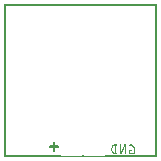
<source format=gbo>
G04 MADE WITH FRITZING*
G04 WWW.FRITZING.ORG*
G04 DOUBLE SIDED*
G04 HOLES PLATED*
G04 CONTOUR ON CENTER OF CONTOUR VECTOR*
%ASAXBY*%
%FSLAX23Y23*%
%MOIN*%
%OFA0B0*%
%SFA1.0B1.0*%
%ADD10R,0.001000X0.001000*%
%LNSILK0*%
G90*
G70*
G54D10*
X0Y512D02*
X510Y512D01*
X0Y511D02*
X510Y511D01*
X0Y510D02*
X510Y510D01*
X0Y509D02*
X510Y509D01*
X0Y508D02*
X510Y508D01*
X0Y507D02*
X510Y507D01*
X0Y506D02*
X510Y506D01*
X0Y505D02*
X510Y505D01*
X0Y504D02*
X7Y504D01*
X503Y504D02*
X510Y504D01*
X0Y503D02*
X7Y503D01*
X503Y503D02*
X510Y503D01*
X0Y502D02*
X7Y502D01*
X503Y502D02*
X510Y502D01*
X0Y501D02*
X7Y501D01*
X503Y501D02*
X510Y501D01*
X0Y500D02*
X7Y500D01*
X503Y500D02*
X510Y500D01*
X0Y499D02*
X7Y499D01*
X503Y499D02*
X510Y499D01*
X0Y498D02*
X7Y498D01*
X503Y498D02*
X510Y498D01*
X0Y497D02*
X7Y497D01*
X503Y497D02*
X510Y497D01*
X0Y496D02*
X7Y496D01*
X503Y496D02*
X510Y496D01*
X0Y495D02*
X7Y495D01*
X503Y495D02*
X510Y495D01*
X0Y494D02*
X7Y494D01*
X503Y494D02*
X510Y494D01*
X0Y493D02*
X7Y493D01*
X503Y493D02*
X510Y493D01*
X0Y492D02*
X7Y492D01*
X503Y492D02*
X510Y492D01*
X0Y491D02*
X7Y491D01*
X503Y491D02*
X510Y491D01*
X0Y490D02*
X7Y490D01*
X503Y490D02*
X510Y490D01*
X0Y489D02*
X7Y489D01*
X503Y489D02*
X510Y489D01*
X0Y488D02*
X7Y488D01*
X503Y488D02*
X510Y488D01*
X0Y487D02*
X7Y487D01*
X503Y487D02*
X510Y487D01*
X0Y486D02*
X7Y486D01*
X503Y486D02*
X510Y486D01*
X0Y485D02*
X7Y485D01*
X503Y485D02*
X510Y485D01*
X0Y484D02*
X7Y484D01*
X503Y484D02*
X510Y484D01*
X0Y483D02*
X7Y483D01*
X503Y483D02*
X510Y483D01*
X0Y482D02*
X7Y482D01*
X503Y482D02*
X510Y482D01*
X0Y481D02*
X7Y481D01*
X503Y481D02*
X510Y481D01*
X0Y480D02*
X7Y480D01*
X503Y480D02*
X510Y480D01*
X0Y479D02*
X7Y479D01*
X503Y479D02*
X510Y479D01*
X0Y478D02*
X7Y478D01*
X503Y478D02*
X510Y478D01*
X0Y477D02*
X7Y477D01*
X503Y477D02*
X510Y477D01*
X0Y476D02*
X7Y476D01*
X503Y476D02*
X510Y476D01*
X0Y475D02*
X7Y475D01*
X503Y475D02*
X510Y475D01*
X0Y474D02*
X7Y474D01*
X503Y474D02*
X510Y474D01*
X0Y473D02*
X7Y473D01*
X503Y473D02*
X510Y473D01*
X0Y472D02*
X7Y472D01*
X503Y472D02*
X510Y472D01*
X0Y471D02*
X7Y471D01*
X503Y471D02*
X510Y471D01*
X0Y470D02*
X7Y470D01*
X503Y470D02*
X510Y470D01*
X0Y469D02*
X7Y469D01*
X503Y469D02*
X510Y469D01*
X0Y468D02*
X7Y468D01*
X503Y468D02*
X510Y468D01*
X0Y467D02*
X7Y467D01*
X503Y467D02*
X510Y467D01*
X0Y466D02*
X7Y466D01*
X503Y466D02*
X510Y466D01*
X0Y465D02*
X7Y465D01*
X503Y465D02*
X510Y465D01*
X0Y464D02*
X7Y464D01*
X503Y464D02*
X510Y464D01*
X0Y463D02*
X7Y463D01*
X503Y463D02*
X510Y463D01*
X0Y462D02*
X7Y462D01*
X503Y462D02*
X510Y462D01*
X0Y461D02*
X7Y461D01*
X503Y461D02*
X510Y461D01*
X0Y460D02*
X7Y460D01*
X503Y460D02*
X510Y460D01*
X0Y459D02*
X7Y459D01*
X503Y459D02*
X510Y459D01*
X0Y458D02*
X7Y458D01*
X503Y458D02*
X510Y458D01*
X0Y457D02*
X7Y457D01*
X503Y457D02*
X510Y457D01*
X0Y456D02*
X7Y456D01*
X503Y456D02*
X510Y456D01*
X0Y455D02*
X7Y455D01*
X503Y455D02*
X510Y455D01*
X0Y454D02*
X7Y454D01*
X503Y454D02*
X510Y454D01*
X0Y453D02*
X7Y453D01*
X503Y453D02*
X510Y453D01*
X0Y452D02*
X7Y452D01*
X503Y452D02*
X510Y452D01*
X0Y451D02*
X7Y451D01*
X503Y451D02*
X510Y451D01*
X0Y450D02*
X7Y450D01*
X503Y450D02*
X510Y450D01*
X0Y449D02*
X7Y449D01*
X503Y449D02*
X510Y449D01*
X0Y448D02*
X7Y448D01*
X503Y448D02*
X510Y448D01*
X0Y447D02*
X7Y447D01*
X503Y447D02*
X510Y447D01*
X0Y446D02*
X7Y446D01*
X503Y446D02*
X510Y446D01*
X0Y445D02*
X7Y445D01*
X503Y445D02*
X510Y445D01*
X0Y444D02*
X7Y444D01*
X503Y444D02*
X510Y444D01*
X0Y443D02*
X7Y443D01*
X503Y443D02*
X510Y443D01*
X0Y442D02*
X7Y442D01*
X503Y442D02*
X510Y442D01*
X0Y441D02*
X7Y441D01*
X503Y441D02*
X510Y441D01*
X0Y440D02*
X7Y440D01*
X503Y440D02*
X510Y440D01*
X0Y439D02*
X7Y439D01*
X503Y439D02*
X510Y439D01*
X0Y438D02*
X7Y438D01*
X503Y438D02*
X510Y438D01*
X0Y437D02*
X7Y437D01*
X503Y437D02*
X510Y437D01*
X0Y436D02*
X7Y436D01*
X503Y436D02*
X510Y436D01*
X0Y435D02*
X7Y435D01*
X503Y435D02*
X510Y435D01*
X0Y434D02*
X7Y434D01*
X503Y434D02*
X510Y434D01*
X0Y433D02*
X7Y433D01*
X503Y433D02*
X510Y433D01*
X0Y432D02*
X7Y432D01*
X503Y432D02*
X510Y432D01*
X0Y431D02*
X7Y431D01*
X503Y431D02*
X510Y431D01*
X0Y430D02*
X7Y430D01*
X503Y430D02*
X510Y430D01*
X0Y429D02*
X7Y429D01*
X503Y429D02*
X510Y429D01*
X0Y428D02*
X7Y428D01*
X503Y428D02*
X510Y428D01*
X0Y427D02*
X7Y427D01*
X503Y427D02*
X510Y427D01*
X0Y426D02*
X7Y426D01*
X503Y426D02*
X510Y426D01*
X0Y425D02*
X7Y425D01*
X503Y425D02*
X510Y425D01*
X0Y424D02*
X7Y424D01*
X503Y424D02*
X510Y424D01*
X0Y423D02*
X7Y423D01*
X503Y423D02*
X510Y423D01*
X0Y422D02*
X7Y422D01*
X503Y422D02*
X510Y422D01*
X0Y421D02*
X7Y421D01*
X503Y421D02*
X510Y421D01*
X0Y420D02*
X7Y420D01*
X503Y420D02*
X510Y420D01*
X0Y419D02*
X7Y419D01*
X503Y419D02*
X510Y419D01*
X0Y418D02*
X7Y418D01*
X503Y418D02*
X510Y418D01*
X0Y417D02*
X7Y417D01*
X503Y417D02*
X510Y417D01*
X0Y416D02*
X7Y416D01*
X503Y416D02*
X510Y416D01*
X0Y415D02*
X7Y415D01*
X503Y415D02*
X510Y415D01*
X0Y414D02*
X7Y414D01*
X503Y414D02*
X510Y414D01*
X0Y413D02*
X7Y413D01*
X503Y413D02*
X510Y413D01*
X0Y412D02*
X7Y412D01*
X503Y412D02*
X510Y412D01*
X0Y411D02*
X7Y411D01*
X503Y411D02*
X510Y411D01*
X0Y410D02*
X7Y410D01*
X503Y410D02*
X510Y410D01*
X0Y409D02*
X7Y409D01*
X503Y409D02*
X510Y409D01*
X0Y408D02*
X7Y408D01*
X503Y408D02*
X510Y408D01*
X0Y407D02*
X7Y407D01*
X503Y407D02*
X510Y407D01*
X0Y406D02*
X7Y406D01*
X503Y406D02*
X510Y406D01*
X0Y405D02*
X7Y405D01*
X503Y405D02*
X510Y405D01*
X0Y404D02*
X7Y404D01*
X503Y404D02*
X510Y404D01*
X0Y403D02*
X7Y403D01*
X503Y403D02*
X510Y403D01*
X0Y402D02*
X7Y402D01*
X503Y402D02*
X510Y402D01*
X0Y401D02*
X7Y401D01*
X503Y401D02*
X510Y401D01*
X0Y400D02*
X7Y400D01*
X503Y400D02*
X510Y400D01*
X0Y399D02*
X7Y399D01*
X503Y399D02*
X510Y399D01*
X0Y398D02*
X7Y398D01*
X503Y398D02*
X510Y398D01*
X0Y397D02*
X7Y397D01*
X503Y397D02*
X510Y397D01*
X0Y396D02*
X7Y396D01*
X503Y396D02*
X510Y396D01*
X0Y395D02*
X7Y395D01*
X503Y395D02*
X510Y395D01*
X0Y394D02*
X7Y394D01*
X503Y394D02*
X510Y394D01*
X0Y393D02*
X7Y393D01*
X503Y393D02*
X510Y393D01*
X0Y392D02*
X7Y392D01*
X503Y392D02*
X510Y392D01*
X0Y391D02*
X7Y391D01*
X503Y391D02*
X510Y391D01*
X0Y390D02*
X7Y390D01*
X503Y390D02*
X510Y390D01*
X0Y389D02*
X7Y389D01*
X503Y389D02*
X510Y389D01*
X0Y388D02*
X7Y388D01*
X503Y388D02*
X510Y388D01*
X0Y387D02*
X7Y387D01*
X503Y387D02*
X510Y387D01*
X0Y386D02*
X7Y386D01*
X503Y386D02*
X510Y386D01*
X0Y385D02*
X7Y385D01*
X503Y385D02*
X510Y385D01*
X0Y384D02*
X7Y384D01*
X503Y384D02*
X510Y384D01*
X0Y383D02*
X7Y383D01*
X503Y383D02*
X510Y383D01*
X0Y382D02*
X7Y382D01*
X503Y382D02*
X510Y382D01*
X0Y381D02*
X7Y381D01*
X503Y381D02*
X510Y381D01*
X0Y380D02*
X7Y380D01*
X503Y380D02*
X510Y380D01*
X0Y379D02*
X7Y379D01*
X503Y379D02*
X510Y379D01*
X0Y378D02*
X7Y378D01*
X503Y378D02*
X510Y378D01*
X0Y377D02*
X7Y377D01*
X503Y377D02*
X510Y377D01*
X0Y376D02*
X7Y376D01*
X503Y376D02*
X510Y376D01*
X0Y375D02*
X7Y375D01*
X503Y375D02*
X510Y375D01*
X0Y374D02*
X7Y374D01*
X503Y374D02*
X510Y374D01*
X0Y373D02*
X7Y373D01*
X503Y373D02*
X510Y373D01*
X0Y372D02*
X7Y372D01*
X503Y372D02*
X510Y372D01*
X0Y371D02*
X7Y371D01*
X503Y371D02*
X510Y371D01*
X0Y370D02*
X7Y370D01*
X503Y370D02*
X510Y370D01*
X0Y369D02*
X7Y369D01*
X503Y369D02*
X510Y369D01*
X0Y368D02*
X7Y368D01*
X503Y368D02*
X510Y368D01*
X0Y367D02*
X7Y367D01*
X503Y367D02*
X510Y367D01*
X0Y366D02*
X7Y366D01*
X503Y366D02*
X510Y366D01*
X0Y365D02*
X7Y365D01*
X503Y365D02*
X510Y365D01*
X0Y364D02*
X7Y364D01*
X503Y364D02*
X510Y364D01*
X0Y363D02*
X7Y363D01*
X503Y363D02*
X510Y363D01*
X0Y362D02*
X7Y362D01*
X503Y362D02*
X510Y362D01*
X0Y361D02*
X7Y361D01*
X503Y361D02*
X510Y361D01*
X0Y360D02*
X7Y360D01*
X503Y360D02*
X510Y360D01*
X0Y359D02*
X7Y359D01*
X503Y359D02*
X510Y359D01*
X0Y358D02*
X7Y358D01*
X503Y358D02*
X510Y358D01*
X0Y357D02*
X7Y357D01*
X503Y357D02*
X510Y357D01*
X0Y356D02*
X7Y356D01*
X503Y356D02*
X510Y356D01*
X0Y355D02*
X7Y355D01*
X503Y355D02*
X510Y355D01*
X0Y354D02*
X7Y354D01*
X503Y354D02*
X510Y354D01*
X0Y353D02*
X7Y353D01*
X503Y353D02*
X510Y353D01*
X0Y352D02*
X7Y352D01*
X503Y352D02*
X510Y352D01*
X0Y351D02*
X7Y351D01*
X503Y351D02*
X510Y351D01*
X0Y350D02*
X7Y350D01*
X503Y350D02*
X510Y350D01*
X0Y349D02*
X7Y349D01*
X503Y349D02*
X510Y349D01*
X0Y348D02*
X7Y348D01*
X503Y348D02*
X510Y348D01*
X0Y347D02*
X7Y347D01*
X503Y347D02*
X510Y347D01*
X0Y346D02*
X7Y346D01*
X503Y346D02*
X510Y346D01*
X0Y345D02*
X7Y345D01*
X503Y345D02*
X510Y345D01*
X0Y344D02*
X7Y344D01*
X503Y344D02*
X510Y344D01*
X0Y343D02*
X7Y343D01*
X503Y343D02*
X510Y343D01*
X0Y342D02*
X7Y342D01*
X503Y342D02*
X510Y342D01*
X0Y341D02*
X7Y341D01*
X503Y341D02*
X510Y341D01*
X0Y340D02*
X7Y340D01*
X503Y340D02*
X510Y340D01*
X0Y339D02*
X7Y339D01*
X503Y339D02*
X510Y339D01*
X0Y338D02*
X7Y338D01*
X503Y338D02*
X510Y338D01*
X0Y337D02*
X7Y337D01*
X503Y337D02*
X510Y337D01*
X0Y336D02*
X7Y336D01*
X503Y336D02*
X510Y336D01*
X0Y335D02*
X7Y335D01*
X503Y335D02*
X510Y335D01*
X0Y334D02*
X7Y334D01*
X503Y334D02*
X510Y334D01*
X0Y333D02*
X7Y333D01*
X503Y333D02*
X510Y333D01*
X0Y332D02*
X7Y332D01*
X503Y332D02*
X510Y332D01*
X0Y331D02*
X7Y331D01*
X503Y331D02*
X510Y331D01*
X0Y330D02*
X7Y330D01*
X503Y330D02*
X510Y330D01*
X0Y329D02*
X7Y329D01*
X503Y329D02*
X510Y329D01*
X0Y328D02*
X7Y328D01*
X503Y328D02*
X510Y328D01*
X0Y327D02*
X7Y327D01*
X503Y327D02*
X510Y327D01*
X0Y326D02*
X7Y326D01*
X503Y326D02*
X510Y326D01*
X0Y325D02*
X7Y325D01*
X503Y325D02*
X510Y325D01*
X0Y324D02*
X7Y324D01*
X503Y324D02*
X510Y324D01*
X0Y323D02*
X7Y323D01*
X503Y323D02*
X510Y323D01*
X0Y322D02*
X7Y322D01*
X503Y322D02*
X510Y322D01*
X0Y321D02*
X7Y321D01*
X503Y321D02*
X510Y321D01*
X0Y320D02*
X7Y320D01*
X503Y320D02*
X510Y320D01*
X0Y319D02*
X7Y319D01*
X503Y319D02*
X510Y319D01*
X0Y318D02*
X7Y318D01*
X503Y318D02*
X510Y318D01*
X0Y317D02*
X7Y317D01*
X503Y317D02*
X510Y317D01*
X0Y316D02*
X7Y316D01*
X503Y316D02*
X510Y316D01*
X0Y315D02*
X7Y315D01*
X503Y315D02*
X510Y315D01*
X0Y314D02*
X7Y314D01*
X503Y314D02*
X510Y314D01*
X0Y313D02*
X7Y313D01*
X503Y313D02*
X510Y313D01*
X0Y312D02*
X7Y312D01*
X503Y312D02*
X510Y312D01*
X0Y311D02*
X7Y311D01*
X503Y311D02*
X510Y311D01*
X0Y310D02*
X7Y310D01*
X503Y310D02*
X510Y310D01*
X0Y309D02*
X7Y309D01*
X503Y309D02*
X510Y309D01*
X0Y308D02*
X7Y308D01*
X503Y308D02*
X510Y308D01*
X0Y307D02*
X7Y307D01*
X503Y307D02*
X510Y307D01*
X0Y306D02*
X7Y306D01*
X503Y306D02*
X510Y306D01*
X0Y305D02*
X7Y305D01*
X503Y305D02*
X510Y305D01*
X0Y304D02*
X7Y304D01*
X503Y304D02*
X510Y304D01*
X0Y303D02*
X7Y303D01*
X503Y303D02*
X510Y303D01*
X0Y302D02*
X7Y302D01*
X503Y302D02*
X510Y302D01*
X0Y301D02*
X7Y301D01*
X503Y301D02*
X510Y301D01*
X0Y300D02*
X7Y300D01*
X503Y300D02*
X510Y300D01*
X0Y299D02*
X7Y299D01*
X503Y299D02*
X510Y299D01*
X0Y298D02*
X7Y298D01*
X503Y298D02*
X510Y298D01*
X0Y297D02*
X7Y297D01*
X503Y297D02*
X510Y297D01*
X0Y296D02*
X7Y296D01*
X503Y296D02*
X510Y296D01*
X0Y295D02*
X7Y295D01*
X503Y295D02*
X510Y295D01*
X0Y294D02*
X7Y294D01*
X503Y294D02*
X510Y294D01*
X0Y293D02*
X7Y293D01*
X503Y293D02*
X510Y293D01*
X0Y292D02*
X7Y292D01*
X503Y292D02*
X510Y292D01*
X0Y291D02*
X7Y291D01*
X503Y291D02*
X510Y291D01*
X0Y290D02*
X7Y290D01*
X503Y290D02*
X510Y290D01*
X0Y289D02*
X7Y289D01*
X503Y289D02*
X510Y289D01*
X0Y288D02*
X7Y288D01*
X503Y288D02*
X510Y288D01*
X0Y287D02*
X7Y287D01*
X503Y287D02*
X510Y287D01*
X0Y286D02*
X7Y286D01*
X503Y286D02*
X510Y286D01*
X0Y285D02*
X7Y285D01*
X503Y285D02*
X510Y285D01*
X0Y284D02*
X7Y284D01*
X503Y284D02*
X510Y284D01*
X0Y283D02*
X7Y283D01*
X503Y283D02*
X510Y283D01*
X0Y282D02*
X7Y282D01*
X503Y282D02*
X510Y282D01*
X0Y281D02*
X7Y281D01*
X503Y281D02*
X510Y281D01*
X0Y280D02*
X7Y280D01*
X503Y280D02*
X510Y280D01*
X0Y279D02*
X7Y279D01*
X503Y279D02*
X510Y279D01*
X0Y278D02*
X7Y278D01*
X503Y278D02*
X510Y278D01*
X0Y277D02*
X7Y277D01*
X503Y277D02*
X510Y277D01*
X0Y276D02*
X7Y276D01*
X503Y276D02*
X510Y276D01*
X0Y275D02*
X7Y275D01*
X503Y275D02*
X510Y275D01*
X0Y274D02*
X7Y274D01*
X503Y274D02*
X510Y274D01*
X0Y273D02*
X7Y273D01*
X503Y273D02*
X510Y273D01*
X0Y272D02*
X7Y272D01*
X503Y272D02*
X510Y272D01*
X0Y271D02*
X7Y271D01*
X503Y271D02*
X510Y271D01*
X0Y270D02*
X7Y270D01*
X503Y270D02*
X510Y270D01*
X0Y269D02*
X7Y269D01*
X503Y269D02*
X510Y269D01*
X0Y268D02*
X7Y268D01*
X503Y268D02*
X510Y268D01*
X0Y267D02*
X7Y267D01*
X503Y267D02*
X510Y267D01*
X0Y266D02*
X7Y266D01*
X503Y266D02*
X510Y266D01*
X0Y265D02*
X7Y265D01*
X503Y265D02*
X510Y265D01*
X0Y264D02*
X7Y264D01*
X503Y264D02*
X510Y264D01*
X0Y263D02*
X7Y263D01*
X503Y263D02*
X510Y263D01*
X0Y262D02*
X7Y262D01*
X503Y262D02*
X510Y262D01*
X0Y261D02*
X7Y261D01*
X503Y261D02*
X510Y261D01*
X0Y260D02*
X7Y260D01*
X503Y260D02*
X510Y260D01*
X0Y259D02*
X7Y259D01*
X503Y259D02*
X510Y259D01*
X0Y258D02*
X7Y258D01*
X503Y258D02*
X510Y258D01*
X0Y257D02*
X7Y257D01*
X503Y257D02*
X510Y257D01*
X0Y256D02*
X7Y256D01*
X503Y256D02*
X510Y256D01*
X0Y255D02*
X7Y255D01*
X503Y255D02*
X510Y255D01*
X0Y254D02*
X7Y254D01*
X503Y254D02*
X510Y254D01*
X0Y253D02*
X7Y253D01*
X503Y253D02*
X510Y253D01*
X0Y252D02*
X7Y252D01*
X503Y252D02*
X510Y252D01*
X0Y251D02*
X7Y251D01*
X503Y251D02*
X510Y251D01*
X0Y250D02*
X7Y250D01*
X503Y250D02*
X510Y250D01*
X0Y249D02*
X7Y249D01*
X503Y249D02*
X510Y249D01*
X0Y248D02*
X7Y248D01*
X503Y248D02*
X510Y248D01*
X0Y247D02*
X7Y247D01*
X503Y247D02*
X510Y247D01*
X0Y246D02*
X7Y246D01*
X503Y246D02*
X510Y246D01*
X0Y245D02*
X7Y245D01*
X503Y245D02*
X510Y245D01*
X0Y244D02*
X7Y244D01*
X503Y244D02*
X510Y244D01*
X0Y243D02*
X7Y243D01*
X503Y243D02*
X510Y243D01*
X0Y242D02*
X7Y242D01*
X503Y242D02*
X510Y242D01*
X0Y241D02*
X7Y241D01*
X503Y241D02*
X510Y241D01*
X0Y240D02*
X7Y240D01*
X503Y240D02*
X510Y240D01*
X0Y239D02*
X7Y239D01*
X503Y239D02*
X510Y239D01*
X0Y238D02*
X7Y238D01*
X503Y238D02*
X510Y238D01*
X0Y237D02*
X7Y237D01*
X503Y237D02*
X510Y237D01*
X0Y236D02*
X7Y236D01*
X503Y236D02*
X510Y236D01*
X0Y235D02*
X7Y235D01*
X503Y235D02*
X510Y235D01*
X0Y234D02*
X7Y234D01*
X503Y234D02*
X510Y234D01*
X0Y233D02*
X7Y233D01*
X503Y233D02*
X510Y233D01*
X0Y232D02*
X7Y232D01*
X503Y232D02*
X510Y232D01*
X0Y231D02*
X7Y231D01*
X503Y231D02*
X510Y231D01*
X0Y230D02*
X7Y230D01*
X503Y230D02*
X510Y230D01*
X0Y229D02*
X7Y229D01*
X503Y229D02*
X510Y229D01*
X0Y228D02*
X7Y228D01*
X503Y228D02*
X510Y228D01*
X0Y227D02*
X7Y227D01*
X503Y227D02*
X510Y227D01*
X0Y226D02*
X7Y226D01*
X503Y226D02*
X510Y226D01*
X0Y225D02*
X7Y225D01*
X503Y225D02*
X510Y225D01*
X0Y224D02*
X7Y224D01*
X503Y224D02*
X510Y224D01*
X0Y223D02*
X7Y223D01*
X503Y223D02*
X510Y223D01*
X0Y222D02*
X7Y222D01*
X503Y222D02*
X510Y222D01*
X0Y221D02*
X7Y221D01*
X503Y221D02*
X510Y221D01*
X0Y220D02*
X7Y220D01*
X503Y220D02*
X510Y220D01*
X0Y219D02*
X7Y219D01*
X503Y219D02*
X510Y219D01*
X0Y218D02*
X7Y218D01*
X503Y218D02*
X510Y218D01*
X0Y217D02*
X7Y217D01*
X503Y217D02*
X510Y217D01*
X0Y216D02*
X7Y216D01*
X503Y216D02*
X510Y216D01*
X0Y215D02*
X7Y215D01*
X503Y215D02*
X510Y215D01*
X0Y214D02*
X7Y214D01*
X503Y214D02*
X510Y214D01*
X0Y213D02*
X7Y213D01*
X503Y213D02*
X510Y213D01*
X0Y212D02*
X7Y212D01*
X503Y212D02*
X510Y212D01*
X0Y211D02*
X7Y211D01*
X503Y211D02*
X510Y211D01*
X0Y210D02*
X7Y210D01*
X503Y210D02*
X510Y210D01*
X0Y209D02*
X7Y209D01*
X503Y209D02*
X510Y209D01*
X0Y208D02*
X7Y208D01*
X503Y208D02*
X510Y208D01*
X0Y207D02*
X7Y207D01*
X503Y207D02*
X510Y207D01*
X0Y206D02*
X7Y206D01*
X503Y206D02*
X510Y206D01*
X0Y205D02*
X7Y205D01*
X503Y205D02*
X510Y205D01*
X0Y204D02*
X7Y204D01*
X503Y204D02*
X510Y204D01*
X0Y203D02*
X7Y203D01*
X503Y203D02*
X510Y203D01*
X0Y202D02*
X7Y202D01*
X503Y202D02*
X510Y202D01*
X0Y201D02*
X7Y201D01*
X503Y201D02*
X510Y201D01*
X0Y200D02*
X7Y200D01*
X503Y200D02*
X510Y200D01*
X0Y199D02*
X7Y199D01*
X503Y199D02*
X510Y199D01*
X0Y198D02*
X7Y198D01*
X503Y198D02*
X510Y198D01*
X0Y197D02*
X7Y197D01*
X503Y197D02*
X510Y197D01*
X0Y196D02*
X7Y196D01*
X503Y196D02*
X510Y196D01*
X0Y195D02*
X7Y195D01*
X503Y195D02*
X510Y195D01*
X0Y194D02*
X7Y194D01*
X503Y194D02*
X510Y194D01*
X0Y193D02*
X7Y193D01*
X503Y193D02*
X510Y193D01*
X0Y192D02*
X7Y192D01*
X503Y192D02*
X510Y192D01*
X0Y191D02*
X7Y191D01*
X503Y191D02*
X510Y191D01*
X0Y190D02*
X7Y190D01*
X503Y190D02*
X510Y190D01*
X0Y189D02*
X7Y189D01*
X503Y189D02*
X510Y189D01*
X0Y188D02*
X7Y188D01*
X503Y188D02*
X510Y188D01*
X0Y187D02*
X7Y187D01*
X503Y187D02*
X510Y187D01*
X0Y186D02*
X7Y186D01*
X503Y186D02*
X510Y186D01*
X0Y185D02*
X7Y185D01*
X503Y185D02*
X510Y185D01*
X0Y184D02*
X7Y184D01*
X503Y184D02*
X510Y184D01*
X0Y183D02*
X7Y183D01*
X503Y183D02*
X510Y183D01*
X0Y182D02*
X7Y182D01*
X503Y182D02*
X510Y182D01*
X0Y181D02*
X7Y181D01*
X503Y181D02*
X510Y181D01*
X0Y180D02*
X7Y180D01*
X503Y180D02*
X510Y180D01*
X0Y179D02*
X7Y179D01*
X503Y179D02*
X510Y179D01*
X0Y178D02*
X7Y178D01*
X503Y178D02*
X510Y178D01*
X0Y177D02*
X7Y177D01*
X503Y177D02*
X510Y177D01*
X0Y176D02*
X7Y176D01*
X503Y176D02*
X510Y176D01*
X0Y175D02*
X7Y175D01*
X503Y175D02*
X510Y175D01*
X0Y174D02*
X7Y174D01*
X503Y174D02*
X510Y174D01*
X0Y173D02*
X7Y173D01*
X503Y173D02*
X510Y173D01*
X0Y172D02*
X7Y172D01*
X503Y172D02*
X510Y172D01*
X0Y171D02*
X7Y171D01*
X503Y171D02*
X510Y171D01*
X0Y170D02*
X7Y170D01*
X503Y170D02*
X510Y170D01*
X0Y169D02*
X7Y169D01*
X503Y169D02*
X510Y169D01*
X0Y168D02*
X7Y168D01*
X503Y168D02*
X510Y168D01*
X0Y167D02*
X7Y167D01*
X503Y167D02*
X510Y167D01*
X0Y166D02*
X7Y166D01*
X503Y166D02*
X510Y166D01*
X0Y165D02*
X7Y165D01*
X503Y165D02*
X510Y165D01*
X0Y164D02*
X7Y164D01*
X503Y164D02*
X510Y164D01*
X0Y163D02*
X7Y163D01*
X503Y163D02*
X510Y163D01*
X0Y162D02*
X7Y162D01*
X503Y162D02*
X510Y162D01*
X0Y161D02*
X7Y161D01*
X503Y161D02*
X510Y161D01*
X0Y160D02*
X7Y160D01*
X503Y160D02*
X510Y160D01*
X0Y159D02*
X7Y159D01*
X503Y159D02*
X510Y159D01*
X0Y158D02*
X7Y158D01*
X503Y158D02*
X510Y158D01*
X0Y157D02*
X7Y157D01*
X503Y157D02*
X510Y157D01*
X0Y156D02*
X7Y156D01*
X503Y156D02*
X510Y156D01*
X0Y155D02*
X7Y155D01*
X503Y155D02*
X510Y155D01*
X0Y154D02*
X7Y154D01*
X503Y154D02*
X510Y154D01*
X0Y153D02*
X7Y153D01*
X503Y153D02*
X510Y153D01*
X0Y152D02*
X7Y152D01*
X503Y152D02*
X510Y152D01*
X0Y151D02*
X7Y151D01*
X503Y151D02*
X510Y151D01*
X0Y150D02*
X7Y150D01*
X503Y150D02*
X510Y150D01*
X0Y149D02*
X7Y149D01*
X503Y149D02*
X510Y149D01*
X0Y148D02*
X7Y148D01*
X503Y148D02*
X510Y148D01*
X0Y147D02*
X7Y147D01*
X503Y147D02*
X510Y147D01*
X0Y146D02*
X7Y146D01*
X503Y146D02*
X510Y146D01*
X0Y145D02*
X7Y145D01*
X503Y145D02*
X510Y145D01*
X0Y144D02*
X7Y144D01*
X503Y144D02*
X510Y144D01*
X0Y143D02*
X7Y143D01*
X503Y143D02*
X510Y143D01*
X0Y142D02*
X7Y142D01*
X503Y142D02*
X510Y142D01*
X0Y141D02*
X7Y141D01*
X503Y141D02*
X510Y141D01*
X0Y140D02*
X7Y140D01*
X503Y140D02*
X510Y140D01*
X0Y139D02*
X7Y139D01*
X503Y139D02*
X510Y139D01*
X0Y138D02*
X7Y138D01*
X503Y138D02*
X510Y138D01*
X0Y137D02*
X7Y137D01*
X503Y137D02*
X510Y137D01*
X0Y136D02*
X7Y136D01*
X503Y136D02*
X510Y136D01*
X0Y135D02*
X7Y135D01*
X503Y135D02*
X510Y135D01*
X0Y134D02*
X7Y134D01*
X503Y134D02*
X510Y134D01*
X0Y133D02*
X7Y133D01*
X503Y133D02*
X510Y133D01*
X0Y132D02*
X7Y132D01*
X503Y132D02*
X510Y132D01*
X0Y131D02*
X7Y131D01*
X503Y131D02*
X510Y131D01*
X0Y130D02*
X7Y130D01*
X503Y130D02*
X510Y130D01*
X0Y129D02*
X7Y129D01*
X503Y129D02*
X510Y129D01*
X0Y128D02*
X7Y128D01*
X503Y128D02*
X510Y128D01*
X0Y127D02*
X7Y127D01*
X503Y127D02*
X510Y127D01*
X0Y126D02*
X7Y126D01*
X503Y126D02*
X510Y126D01*
X0Y125D02*
X7Y125D01*
X503Y125D02*
X510Y125D01*
X0Y124D02*
X7Y124D01*
X503Y124D02*
X510Y124D01*
X0Y123D02*
X7Y123D01*
X503Y123D02*
X510Y123D01*
X0Y122D02*
X7Y122D01*
X503Y122D02*
X510Y122D01*
X0Y121D02*
X7Y121D01*
X503Y121D02*
X510Y121D01*
X0Y120D02*
X7Y120D01*
X503Y120D02*
X510Y120D01*
X0Y119D02*
X7Y119D01*
X503Y119D02*
X510Y119D01*
X0Y118D02*
X7Y118D01*
X503Y118D02*
X510Y118D01*
X0Y117D02*
X7Y117D01*
X503Y117D02*
X510Y117D01*
X0Y116D02*
X7Y116D01*
X503Y116D02*
X510Y116D01*
X0Y115D02*
X7Y115D01*
X503Y115D02*
X510Y115D01*
X0Y114D02*
X7Y114D01*
X503Y114D02*
X510Y114D01*
X0Y113D02*
X7Y113D01*
X503Y113D02*
X510Y113D01*
X0Y112D02*
X7Y112D01*
X503Y112D02*
X510Y112D01*
X0Y111D02*
X7Y111D01*
X503Y111D02*
X510Y111D01*
X0Y110D02*
X7Y110D01*
X503Y110D02*
X510Y110D01*
X0Y109D02*
X7Y109D01*
X503Y109D02*
X510Y109D01*
X0Y108D02*
X7Y108D01*
X503Y108D02*
X510Y108D01*
X0Y107D02*
X7Y107D01*
X503Y107D02*
X510Y107D01*
X0Y106D02*
X7Y106D01*
X503Y106D02*
X510Y106D01*
X0Y105D02*
X7Y105D01*
X503Y105D02*
X510Y105D01*
X0Y104D02*
X7Y104D01*
X503Y104D02*
X510Y104D01*
X0Y103D02*
X7Y103D01*
X503Y103D02*
X510Y103D01*
X0Y102D02*
X7Y102D01*
X503Y102D02*
X510Y102D01*
X0Y101D02*
X7Y101D01*
X503Y101D02*
X510Y101D01*
X0Y100D02*
X7Y100D01*
X503Y100D02*
X510Y100D01*
X0Y99D02*
X7Y99D01*
X503Y99D02*
X510Y99D01*
X0Y98D02*
X7Y98D01*
X503Y98D02*
X510Y98D01*
X0Y97D02*
X7Y97D01*
X503Y97D02*
X510Y97D01*
X0Y96D02*
X7Y96D01*
X503Y96D02*
X510Y96D01*
X0Y95D02*
X7Y95D01*
X503Y95D02*
X510Y95D01*
X0Y94D02*
X7Y94D01*
X503Y94D02*
X510Y94D01*
X0Y93D02*
X7Y93D01*
X503Y93D02*
X510Y93D01*
X0Y92D02*
X7Y92D01*
X503Y92D02*
X510Y92D01*
X0Y91D02*
X7Y91D01*
X503Y91D02*
X510Y91D01*
X0Y90D02*
X7Y90D01*
X503Y90D02*
X510Y90D01*
X0Y89D02*
X7Y89D01*
X503Y89D02*
X510Y89D01*
X0Y88D02*
X7Y88D01*
X503Y88D02*
X510Y88D01*
X0Y87D02*
X7Y87D01*
X503Y87D02*
X510Y87D01*
X0Y86D02*
X7Y86D01*
X503Y86D02*
X510Y86D01*
X0Y85D02*
X7Y85D01*
X503Y85D02*
X510Y85D01*
X0Y84D02*
X7Y84D01*
X503Y84D02*
X510Y84D01*
X0Y83D02*
X7Y83D01*
X503Y83D02*
X510Y83D01*
X0Y82D02*
X7Y82D01*
X503Y82D02*
X510Y82D01*
X0Y81D02*
X7Y81D01*
X503Y81D02*
X510Y81D01*
X0Y80D02*
X7Y80D01*
X503Y80D02*
X510Y80D01*
X0Y79D02*
X7Y79D01*
X503Y79D02*
X510Y79D01*
X0Y78D02*
X7Y78D01*
X503Y78D02*
X510Y78D01*
X0Y77D02*
X7Y77D01*
X503Y77D02*
X510Y77D01*
X0Y76D02*
X7Y76D01*
X503Y76D02*
X510Y76D01*
X0Y75D02*
X7Y75D01*
X503Y75D02*
X510Y75D01*
X0Y74D02*
X7Y74D01*
X503Y74D02*
X510Y74D01*
X0Y73D02*
X7Y73D01*
X503Y73D02*
X510Y73D01*
X0Y72D02*
X7Y72D01*
X503Y72D02*
X510Y72D01*
X0Y71D02*
X7Y71D01*
X503Y71D02*
X510Y71D01*
X0Y70D02*
X7Y70D01*
X503Y70D02*
X510Y70D01*
X0Y69D02*
X7Y69D01*
X503Y69D02*
X510Y69D01*
X0Y68D02*
X7Y68D01*
X503Y68D02*
X510Y68D01*
X0Y67D02*
X7Y67D01*
X503Y67D02*
X510Y67D01*
X0Y66D02*
X7Y66D01*
X503Y66D02*
X510Y66D01*
X0Y65D02*
X7Y65D01*
X503Y65D02*
X510Y65D01*
X0Y64D02*
X7Y64D01*
X503Y64D02*
X510Y64D01*
X0Y63D02*
X7Y63D01*
X503Y63D02*
X510Y63D01*
X0Y62D02*
X7Y62D01*
X503Y62D02*
X510Y62D01*
X0Y61D02*
X7Y61D01*
X503Y61D02*
X510Y61D01*
X0Y60D02*
X7Y60D01*
X503Y60D02*
X510Y60D01*
X0Y59D02*
X7Y59D01*
X503Y59D02*
X510Y59D01*
X0Y58D02*
X7Y58D01*
X503Y58D02*
X510Y58D01*
X0Y57D02*
X7Y57D01*
X503Y57D02*
X510Y57D01*
X0Y56D02*
X7Y56D01*
X503Y56D02*
X510Y56D01*
X0Y55D02*
X7Y55D01*
X503Y55D02*
X510Y55D01*
X0Y54D02*
X7Y54D01*
X503Y54D02*
X510Y54D01*
X0Y53D02*
X7Y53D01*
X165Y53D02*
X168Y53D01*
X503Y53D02*
X510Y53D01*
X0Y52D02*
X7Y52D01*
X164Y52D02*
X169Y52D01*
X503Y52D02*
X510Y52D01*
X0Y51D02*
X7Y51D01*
X164Y51D02*
X169Y51D01*
X503Y51D02*
X510Y51D01*
X0Y50D02*
X7Y50D01*
X164Y50D02*
X170Y50D01*
X503Y50D02*
X510Y50D01*
X0Y49D02*
X7Y49D01*
X164Y49D02*
X170Y49D01*
X503Y49D02*
X510Y49D01*
X0Y48D02*
X7Y48D01*
X164Y48D02*
X170Y48D01*
X503Y48D02*
X510Y48D01*
X0Y47D02*
X7Y47D01*
X164Y47D02*
X170Y47D01*
X503Y47D02*
X510Y47D01*
X0Y46D02*
X7Y46D01*
X164Y46D02*
X170Y46D01*
X503Y46D02*
X510Y46D01*
X0Y45D02*
X7Y45D01*
X164Y45D02*
X170Y45D01*
X503Y45D02*
X510Y45D01*
X0Y44D02*
X7Y44D01*
X164Y44D02*
X170Y44D01*
X367Y44D02*
X375Y44D01*
X388Y44D02*
X388Y44D01*
X402Y44D02*
X406Y44D01*
X419Y44D02*
X425Y44D01*
X503Y44D02*
X510Y44D01*
X0Y43D02*
X7Y43D01*
X164Y43D02*
X170Y43D01*
X364Y43D02*
X376Y43D01*
X387Y43D02*
X390Y43D01*
X401Y43D02*
X406Y43D01*
X417Y43D02*
X428Y43D01*
X503Y43D02*
X510Y43D01*
X0Y42D02*
X7Y42D01*
X164Y42D02*
X170Y42D01*
X363Y42D02*
X376Y42D01*
X387Y42D02*
X390Y42D01*
X401Y42D02*
X406Y42D01*
X417Y42D02*
X429Y42D01*
X503Y42D02*
X510Y42D01*
X0Y41D02*
X7Y41D01*
X164Y41D02*
X170Y41D01*
X362Y41D02*
X376Y41D01*
X387Y41D02*
X390Y41D01*
X401Y41D02*
X406Y41D01*
X417Y41D02*
X430Y41D01*
X503Y41D02*
X510Y41D01*
X0Y40D02*
X7Y40D01*
X154Y40D02*
X179Y40D01*
X362Y40D02*
X375Y40D01*
X387Y40D02*
X390Y40D01*
X400Y40D02*
X406Y40D01*
X418Y40D02*
X430Y40D01*
X503Y40D02*
X510Y40D01*
X0Y39D02*
X7Y39D01*
X151Y39D02*
X182Y39D01*
X361Y39D02*
X365Y39D01*
X369Y39D02*
X372Y39D01*
X387Y39D02*
X390Y39D01*
X400Y39D02*
X406Y39D01*
X427Y39D02*
X431Y39D01*
X503Y39D02*
X510Y39D01*
X0Y38D02*
X7Y38D01*
X150Y38D02*
X183Y38D01*
X361Y38D02*
X364Y38D01*
X369Y38D02*
X372Y38D01*
X387Y38D02*
X390Y38D01*
X399Y38D02*
X406Y38D01*
X428Y38D02*
X432Y38D01*
X503Y38D02*
X510Y38D01*
X0Y37D02*
X7Y37D01*
X150Y37D02*
X183Y37D01*
X360Y37D02*
X364Y37D01*
X369Y37D02*
X372Y37D01*
X387Y37D02*
X390Y37D01*
X399Y37D02*
X406Y37D01*
X428Y37D02*
X433Y37D01*
X503Y37D02*
X510Y37D01*
X0Y36D02*
X7Y36D01*
X150Y36D02*
X183Y36D01*
X360Y36D02*
X363Y36D01*
X369Y36D02*
X372Y36D01*
X387Y36D02*
X390Y36D01*
X398Y36D02*
X406Y36D01*
X429Y36D02*
X433Y36D01*
X503Y36D02*
X510Y36D01*
X0Y35D02*
X7Y35D01*
X150Y35D02*
X183Y35D01*
X359Y35D02*
X363Y35D01*
X369Y35D02*
X372Y35D01*
X387Y35D02*
X390Y35D01*
X398Y35D02*
X406Y35D01*
X430Y35D02*
X434Y35D01*
X503Y35D02*
X510Y35D01*
X0Y34D02*
X7Y34D01*
X151Y34D02*
X182Y34D01*
X359Y34D02*
X362Y34D01*
X369Y34D02*
X372Y34D01*
X387Y34D02*
X390Y34D01*
X397Y34D02*
X401Y34D01*
X403Y34D02*
X406Y34D01*
X431Y34D02*
X435Y34D01*
X503Y34D02*
X510Y34D01*
X0Y33D02*
X7Y33D01*
X153Y33D02*
X180Y33D01*
X358Y33D02*
X362Y33D01*
X369Y33D02*
X372Y33D01*
X387Y33D02*
X390Y33D01*
X397Y33D02*
X401Y33D01*
X403Y33D02*
X406Y33D01*
X431Y33D02*
X435Y33D01*
X503Y33D02*
X510Y33D01*
X0Y32D02*
X7Y32D01*
X164Y32D02*
X170Y32D01*
X358Y32D02*
X361Y32D01*
X369Y32D02*
X372Y32D01*
X387Y32D02*
X390Y32D01*
X397Y32D02*
X400Y32D01*
X403Y32D02*
X406Y32D01*
X432Y32D02*
X436Y32D01*
X503Y32D02*
X510Y32D01*
X0Y31D02*
X7Y31D01*
X164Y31D02*
X170Y31D01*
X357Y31D02*
X361Y31D01*
X369Y31D02*
X372Y31D01*
X387Y31D02*
X390Y31D01*
X396Y31D02*
X400Y31D01*
X403Y31D02*
X406Y31D01*
X433Y31D02*
X436Y31D01*
X503Y31D02*
X510Y31D01*
X0Y30D02*
X7Y30D01*
X164Y30D02*
X170Y30D01*
X357Y30D02*
X360Y30D01*
X369Y30D02*
X372Y30D01*
X387Y30D02*
X390Y30D01*
X396Y30D02*
X399Y30D01*
X403Y30D02*
X406Y30D01*
X433Y30D02*
X436Y30D01*
X503Y30D02*
X510Y30D01*
X0Y29D02*
X7Y29D01*
X164Y29D02*
X170Y29D01*
X357Y29D02*
X360Y29D01*
X369Y29D02*
X372Y29D01*
X387Y29D02*
X390Y29D01*
X395Y29D02*
X399Y29D01*
X403Y29D02*
X406Y29D01*
X433Y29D02*
X437Y29D01*
X503Y29D02*
X510Y29D01*
X0Y28D02*
X7Y28D01*
X164Y28D02*
X170Y28D01*
X357Y28D02*
X360Y28D01*
X369Y28D02*
X372Y28D01*
X387Y28D02*
X390Y28D01*
X395Y28D02*
X398Y28D01*
X403Y28D02*
X406Y28D01*
X433Y28D02*
X437Y28D01*
X503Y28D02*
X510Y28D01*
X0Y27D02*
X7Y27D01*
X164Y27D02*
X170Y27D01*
X357Y27D02*
X360Y27D01*
X369Y27D02*
X372Y27D01*
X387Y27D02*
X390Y27D01*
X394Y27D02*
X398Y27D01*
X403Y27D02*
X406Y27D01*
X433Y27D02*
X437Y27D01*
X503Y27D02*
X510Y27D01*
X0Y26D02*
X7Y26D01*
X164Y26D02*
X170Y26D01*
X357Y26D02*
X360Y26D01*
X369Y26D02*
X372Y26D01*
X387Y26D02*
X390Y26D01*
X394Y26D02*
X398Y26D01*
X403Y26D02*
X406Y26D01*
X417Y26D02*
X425Y26D01*
X433Y26D02*
X437Y26D01*
X503Y26D02*
X510Y26D01*
X0Y25D02*
X7Y25D01*
X164Y25D02*
X170Y25D01*
X357Y25D02*
X361Y25D01*
X369Y25D02*
X372Y25D01*
X387Y25D02*
X390Y25D01*
X394Y25D02*
X397Y25D01*
X403Y25D02*
X406Y25D01*
X417Y25D02*
X426Y25D01*
X433Y25D02*
X437Y25D01*
X503Y25D02*
X510Y25D01*
X0Y24D02*
X7Y24D01*
X164Y24D02*
X170Y24D01*
X358Y24D02*
X361Y24D01*
X369Y24D02*
X372Y24D01*
X387Y24D02*
X390Y24D01*
X393Y24D02*
X397Y24D01*
X403Y24D02*
X406Y24D01*
X417Y24D02*
X426Y24D01*
X433Y24D02*
X437Y24D01*
X503Y24D02*
X510Y24D01*
X0Y23D02*
X7Y23D01*
X164Y23D02*
X170Y23D01*
X358Y23D02*
X362Y23D01*
X369Y23D02*
X372Y23D01*
X387Y23D02*
X390Y23D01*
X393Y23D02*
X396Y23D01*
X403Y23D02*
X406Y23D01*
X417Y23D02*
X426Y23D01*
X433Y23D02*
X437Y23D01*
X503Y23D02*
X510Y23D01*
X0Y22D02*
X7Y22D01*
X164Y22D02*
X169Y22D01*
X358Y22D02*
X362Y22D01*
X369Y22D02*
X372Y22D01*
X387Y22D02*
X390Y22D01*
X392Y22D02*
X396Y22D01*
X403Y22D02*
X406Y22D01*
X417Y22D02*
X420Y22D01*
X433Y22D02*
X437Y22D01*
X503Y22D02*
X510Y22D01*
X0Y21D02*
X7Y21D01*
X164Y21D02*
X169Y21D01*
X359Y21D02*
X363Y21D01*
X369Y21D02*
X372Y21D01*
X387Y21D02*
X390Y21D01*
X392Y21D02*
X395Y21D01*
X403Y21D02*
X406Y21D01*
X417Y21D02*
X420Y21D01*
X433Y21D02*
X437Y21D01*
X503Y21D02*
X510Y21D01*
X0Y20D02*
X7Y20D01*
X165Y20D02*
X168Y20D01*
X359Y20D02*
X363Y20D01*
X369Y20D02*
X372Y20D01*
X387Y20D02*
X395Y20D01*
X403Y20D02*
X406Y20D01*
X417Y20D02*
X420Y20D01*
X433Y20D02*
X437Y20D01*
X503Y20D02*
X510Y20D01*
X0Y19D02*
X7Y19D01*
X360Y19D02*
X364Y19D01*
X369Y19D02*
X372Y19D01*
X387Y19D02*
X395Y19D01*
X403Y19D02*
X406Y19D01*
X417Y19D02*
X420Y19D01*
X433Y19D02*
X437Y19D01*
X503Y19D02*
X510Y19D01*
X0Y18D02*
X7Y18D01*
X360Y18D02*
X364Y18D01*
X369Y18D02*
X372Y18D01*
X387Y18D02*
X394Y18D01*
X403Y18D02*
X406Y18D01*
X417Y18D02*
X420Y18D01*
X433Y18D02*
X437Y18D01*
X503Y18D02*
X510Y18D01*
X0Y17D02*
X7Y17D01*
X361Y17D02*
X365Y17D01*
X369Y17D02*
X372Y17D01*
X387Y17D02*
X394Y17D01*
X403Y17D02*
X406Y17D01*
X417Y17D02*
X420Y17D01*
X433Y17D02*
X436Y17D01*
X503Y17D02*
X510Y17D01*
X0Y16D02*
X7Y16D01*
X361Y16D02*
X366Y16D01*
X369Y16D02*
X372Y16D01*
X387Y16D02*
X393Y16D01*
X403Y16D02*
X406Y16D01*
X417Y16D02*
X421Y16D01*
X432Y16D02*
X436Y16D01*
X503Y16D02*
X510Y16D01*
X0Y15D02*
X7Y15D01*
X362Y15D02*
X376Y15D01*
X387Y15D02*
X393Y15D01*
X403Y15D02*
X406Y15D01*
X418Y15D02*
X436Y15D01*
X503Y15D02*
X510Y15D01*
X0Y14D02*
X7Y14D01*
X363Y14D02*
X376Y14D01*
X387Y14D02*
X392Y14D01*
X403Y14D02*
X406Y14D01*
X418Y14D02*
X435Y14D01*
X503Y14D02*
X510Y14D01*
X0Y13D02*
X7Y13D01*
X364Y13D02*
X376Y13D01*
X387Y13D02*
X392Y13D01*
X403Y13D02*
X406Y13D01*
X419Y13D02*
X434Y13D01*
X503Y13D02*
X510Y13D01*
X0Y12D02*
X7Y12D01*
X365Y12D02*
X375Y12D01*
X387Y12D02*
X391Y12D01*
X404Y12D02*
X405Y12D01*
X421Y12D02*
X432Y12D01*
X503Y12D02*
X510Y12D01*
X0Y11D02*
X7Y11D01*
X503Y11D02*
X510Y11D01*
X0Y10D02*
X7Y10D01*
X503Y10D02*
X510Y10D01*
X0Y9D02*
X190Y9D01*
X260Y9D02*
X267Y9D01*
X337Y9D02*
X510Y9D01*
X0Y8D02*
X190Y8D01*
X260Y8D02*
X267Y8D01*
X337Y8D02*
X510Y8D01*
X0Y7D02*
X190Y7D01*
X260Y7D02*
X267Y7D01*
X337Y7D02*
X510Y7D01*
X0Y6D02*
X510Y6D01*
X0Y5D02*
X510Y5D01*
X0Y4D02*
X510Y4D01*
X0Y3D02*
X510Y3D01*
X0Y2D02*
X510Y2D01*
D02*
G04 End of Silk0*
M02*
</source>
